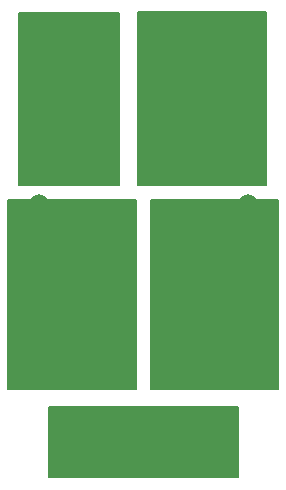
<source format=gbr>
%TF.GenerationSoftware,KiCad,Pcbnew,(6.0.0)*%
%TF.CreationDate,2022-01-04T16:50:31+01:00*%
%TF.ProjectId,SurfaceCoil_PCB_Coupler,53757266-6163-4654-936f-696c5f504342,rev?*%
%TF.SameCoordinates,Original*%
%TF.FileFunction,Copper,L1,Top*%
%TF.FilePolarity,Positive*%
%FSLAX46Y46*%
G04 Gerber Fmt 4.6, Leading zero omitted, Abs format (unit mm)*
G04 Created by KiCad (PCBNEW (6.0.0)) date 2022-01-04 16:50:31*
%MOMM*%
%LPD*%
G01*
G04 APERTURE LIST*
%TA.AperFunction,NonConductor*%
%ADD10C,0.200000*%
%TD*%
%TA.AperFunction,WasherPad*%
%ADD11C,1.500000*%
%TD*%
G04 APERTURE END LIST*
D10*
X156070000Y-75670000D02*
X172010000Y-75670000D01*
X172010000Y-75670000D02*
X172010000Y-81650000D01*
X172010000Y-81650000D02*
X156070000Y-81650000D01*
X156070000Y-81650000D02*
X156070000Y-75670000D01*
G36*
X156070000Y-75670000D02*
G01*
X172010000Y-75670000D01*
X172010000Y-81650000D01*
X156070000Y-81650000D01*
X156070000Y-75670000D01*
G37*
X152570000Y-58190000D02*
X163370000Y-58190000D01*
X163370000Y-58190000D02*
X163370000Y-74220000D01*
X163370000Y-74220000D02*
X152570000Y-74220000D01*
X152570000Y-74220000D02*
X152570000Y-58190000D01*
G36*
X152570000Y-58190000D02*
G01*
X163370000Y-58190000D01*
X163370000Y-74220000D01*
X152570000Y-74220000D01*
X152570000Y-58190000D01*
G37*
X164660000Y-58180000D02*
X175460000Y-58180000D01*
X175460000Y-58180000D02*
X175460000Y-74210000D01*
X175460000Y-74210000D02*
X164660000Y-74210000D01*
X164660000Y-74210000D02*
X164660000Y-58180000D01*
G36*
X164660000Y-58180000D02*
G01*
X175460000Y-58180000D01*
X175460000Y-74210000D01*
X164660000Y-74210000D01*
X164660000Y-58180000D01*
G37*
X163555000Y-42310000D02*
X174375000Y-42310000D01*
X174375000Y-42310000D02*
X174375000Y-56900000D01*
X174375000Y-56900000D02*
X163555000Y-56900000D01*
X163555000Y-56900000D02*
X163555000Y-42310000D01*
G36*
X163555000Y-42310000D02*
G01*
X174375000Y-42310000D01*
X174375000Y-56900000D01*
X163555000Y-56900000D01*
X163555000Y-42310000D01*
G37*
X153480000Y-42340000D02*
X161960000Y-42340000D01*
X161960000Y-42340000D02*
X161960000Y-56900000D01*
X161960000Y-56900000D02*
X153480000Y-56900000D01*
X153480000Y-56900000D02*
X153480000Y-42340000D01*
G36*
X153480000Y-42340000D02*
G01*
X161960000Y-42340000D01*
X161960000Y-56900000D01*
X153480000Y-56900000D01*
X153480000Y-42340000D01*
G37*
D11*
%TO.P,,*%
%TO.N,*%
X155740000Y-65970000D03*
%TD*%
%TO.P,,*%
%TO.N,*%
X155540000Y-62970000D03*
%TD*%
%TO.P,,*%
%TO.N,*%
X155260000Y-59960000D03*
%TD*%
%TO.P,,*%
%TO.N,*%
X155160000Y-58460000D03*
%TD*%
%TO.P,,*%
%TO.N,*%
X155360000Y-61460000D03*
%TD*%
%TO.P,,*%
%TO.N,*%
X155640000Y-64470000D03*
%TD*%
%TO.P,,*%
%TO.N,*%
X172850000Y-58460000D03*
%TD*%
%TO.P,,*%
%TO.N,*%
X172500000Y-62950000D03*
%TD*%
%TO.P,,*%
%TO.N,*%
X172750000Y-59960000D03*
%TD*%
%TO.P,,*%
%TO.N,*%
X172400000Y-64450000D03*
%TD*%
%TO.P,,*%
%TO.N,*%
X172650000Y-61460000D03*
%TD*%
%TO.P,,*%
%TO.N,*%
X172300000Y-65950000D03*
%TD*%
M02*

</source>
